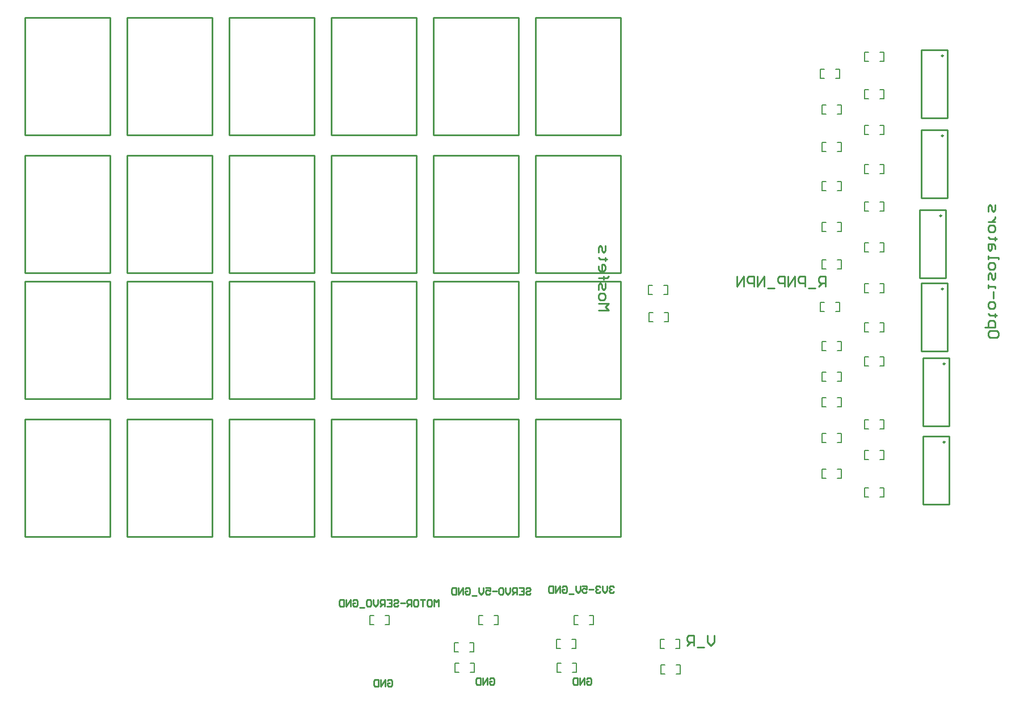
<source format=gbo>
G04 Layer_Color=32896*
%FSAX25Y25*%
%MOIN*%
G70*
G01*
G75*
%ADD26C,0.01000*%
%ADD48C,0.00500*%
D26*
X0656378Y0251567D02*
G03*
X0656378Y0251567I-0000500J0000000D01*
G01*
Y0297567D02*
G03*
X0656378Y0297567I-0000500J0000000D01*
G01*
X0655378Y0341567D02*
G03*
X0655378Y0341567I-0000500J0000000D01*
G01*
Y0478567D02*
G03*
X0655378Y0478567I-0000500J0000000D01*
G01*
X0654378Y0384567D02*
G03*
X0654378Y0384567I-0000500J0000000D01*
G01*
X0655378Y0431567D02*
G03*
X0655378Y0431567I-0000500J0000000D01*
G01*
X0658878Y0215067D02*
Y0255067D01*
X0643378D02*
X0658878D01*
X0643378Y0215067D02*
X0658878D01*
X0643378D02*
Y0255067D01*
X0658878Y0261067D02*
Y0301067D01*
X0643378D02*
X0658878D01*
X0643378Y0261067D02*
X0658878D01*
X0643378D02*
Y0301067D01*
X0657878Y0305067D02*
Y0345067D01*
X0642378D02*
X0657878D01*
X0642378Y0305067D02*
X0657878D01*
X0642378D02*
Y0345067D01*
X0657878Y0442067D02*
Y0482067D01*
X0642378D02*
X0657878D01*
X0642378Y0442067D02*
X0657878D01*
X0642378D02*
Y0482067D01*
X0656878Y0348067D02*
Y0388067D01*
X0641378D02*
X0656878D01*
X0641378Y0348067D02*
X0656878D01*
X0641378D02*
Y0388067D01*
X0657878Y0395067D02*
Y0435067D01*
X0642378D02*
X0657878D01*
X0642378Y0395067D02*
X0657878D01*
X0642378D02*
Y0435067D01*
X0296000Y0501000D02*
X0346000D01*
X0296000Y0432000D02*
Y0501000D01*
Y0432000D02*
X0346000D01*
Y0501000D01*
X0296000Y0346000D02*
X0346000D01*
X0296000Y0277000D02*
Y0346000D01*
Y0277000D02*
X0346000D01*
Y0346000D01*
X0236000D02*
X0286000D01*
X0236000Y0277000D02*
Y0346000D01*
Y0277000D02*
X0286000D01*
Y0346000D01*
X0116000Y0196000D02*
X0166000D01*
Y0265000D01*
X0116000D02*
X0166000D01*
X0116000Y0196000D02*
Y0265000D01*
X0416000Y0351000D02*
X0466000D01*
Y0420000D01*
X0416000D02*
X0466000D01*
X0416000Y0351000D02*
Y0420000D01*
Y0501000D02*
X0466000D01*
X0416000Y0432000D02*
Y0501000D01*
Y0432000D02*
X0466000D01*
Y0501000D01*
X0116000Y0346000D02*
X0166000D01*
X0116000Y0277000D02*
Y0346000D01*
Y0277000D02*
X0166000D01*
Y0346000D01*
X0236000Y0196000D02*
X0286000D01*
Y0265000D01*
X0236000D02*
X0286000D01*
X0236000Y0196000D02*
Y0265000D01*
X0116000Y0501000D02*
X0166000D01*
X0116000Y0432000D02*
Y0501000D01*
Y0432000D02*
X0166000D01*
Y0501000D01*
X0116000Y0351000D02*
X0166000D01*
Y0420000D01*
X0116000D02*
X0166000D01*
X0116000Y0351000D02*
Y0420000D01*
X0296000Y0196000D02*
X0346000D01*
Y0265000D01*
X0296000D02*
X0346000D01*
X0296000Y0196000D02*
Y0265000D01*
X0236000Y0351000D02*
X0286000D01*
Y0420000D01*
X0236000D02*
X0286000D01*
X0236000Y0351000D02*
Y0420000D01*
X0356000Y0196000D02*
X0406000D01*
Y0265000D01*
X0356000D02*
X0406000D01*
X0356000Y0196000D02*
Y0265000D01*
Y0351000D02*
X0406000D01*
Y0420000D01*
X0356000D02*
X0406000D01*
X0356000Y0351000D02*
Y0420000D01*
Y0501000D02*
X0406000D01*
X0356000Y0432000D02*
Y0501000D01*
Y0432000D02*
X0406000D01*
Y0501000D01*
X0356000Y0346000D02*
X0406000D01*
X0356000Y0277000D02*
Y0346000D01*
Y0277000D02*
X0406000D01*
Y0346000D01*
X0176000D02*
X0226000D01*
X0176000Y0277000D02*
Y0346000D01*
Y0277000D02*
X0226000D01*
Y0346000D01*
X0176000Y0196000D02*
X0226000D01*
Y0265000D01*
X0176000D02*
X0226000D01*
X0176000Y0196000D02*
Y0265000D01*
Y0501000D02*
X0226000D01*
X0176000Y0432000D02*
Y0501000D01*
Y0432000D02*
X0226000D01*
Y0501000D01*
X0176000Y0351000D02*
X0226000D01*
Y0420000D01*
X0176000D02*
X0226000D01*
X0176000Y0351000D02*
Y0420000D01*
X0416000Y0196000D02*
X0466000D01*
Y0265000D01*
X0416000D02*
X0466000D01*
X0416000Y0196000D02*
Y0265000D01*
X0236000Y0501000D02*
X0286000D01*
X0236000Y0432000D02*
Y0501000D01*
Y0432000D02*
X0286000D01*
Y0501000D01*
X0416000Y0346000D02*
X0466000D01*
X0416000Y0277000D02*
Y0346000D01*
Y0277000D02*
X0466000D01*
Y0346000D01*
X0296000Y0351000D02*
X0346000D01*
Y0420000D01*
X0296000D02*
X0346000D01*
X0296000Y0351000D02*
Y0420000D01*
X0521000Y0137998D02*
Y0133999D01*
X0519001Y0132000D01*
X0517001Y0133999D01*
Y0137998D01*
X0515002Y0131000D02*
X0511003D01*
X0509004Y0132000D02*
Y0137998D01*
X0506005D01*
X0505005Y0136998D01*
Y0134999D01*
X0506005Y0133999D01*
X0509004D01*
X0507004D02*
X0505005Y0132000D01*
X0586213Y0342953D02*
Y0348951D01*
X0583214D01*
X0582214Y0347951D01*
Y0345952D01*
X0583214Y0344952D01*
X0586213D01*
X0584213D02*
X0582214Y0342953D01*
X0580215Y0341953D02*
X0576216D01*
X0574217Y0342953D02*
Y0348951D01*
X0571217D01*
X0570218Y0347951D01*
Y0345952D01*
X0571217Y0344952D01*
X0574217D01*
X0568218Y0342953D02*
Y0348951D01*
X0564220Y0342953D01*
Y0348951D01*
X0562220Y0342953D02*
Y0348951D01*
X0559221D01*
X0558222Y0347951D01*
Y0345952D01*
X0559221Y0344952D01*
X0562220D01*
X0556222Y0341953D02*
X0552224D01*
X0550224Y0342953D02*
Y0348951D01*
X0546226Y0342953D01*
Y0348951D01*
X0544226Y0342953D02*
Y0348951D01*
X0541227D01*
X0540228Y0347951D01*
Y0345952D01*
X0541227Y0344952D01*
X0544226D01*
X0538228Y0342953D02*
Y0348951D01*
X0534229Y0342953D01*
Y0348951D01*
X0452787Y0329047D02*
X0458785D01*
X0456786Y0331047D01*
X0458785Y0333046D01*
X0452787D01*
Y0336045D02*
Y0338044D01*
X0453787Y0339044D01*
X0455786D01*
X0456786Y0338044D01*
Y0336045D01*
X0455786Y0335045D01*
X0453787D01*
X0452787Y0336045D01*
Y0341043D02*
Y0344042D01*
X0453787Y0345042D01*
X0454787Y0344042D01*
Y0342043D01*
X0455786Y0341043D01*
X0456786Y0342043D01*
Y0345042D01*
X0452787Y0348041D02*
X0457786D01*
X0455786D01*
Y0347041D01*
Y0349041D01*
Y0348041D01*
X0457786D01*
X0458785Y0349041D01*
X0452787Y0355039D02*
Y0353040D01*
X0453787Y0352040D01*
X0455786D01*
X0456786Y0353040D01*
Y0355039D01*
X0455786Y0356038D01*
X0454787D01*
Y0352040D01*
X0457786Y0359037D02*
X0456786D01*
Y0358038D01*
Y0360037D01*
Y0359037D01*
X0453787D01*
X0452787Y0360037D01*
Y0363036D02*
Y0366035D01*
X0453787Y0367035D01*
X0454787Y0366035D01*
Y0364036D01*
X0455786Y0363036D01*
X0456786Y0364036D01*
Y0367035D01*
X0687785Y0316046D02*
Y0314047D01*
X0686786Y0313047D01*
X0682787D01*
X0681787Y0314047D01*
Y0316046D01*
X0682787Y0317046D01*
X0686786D01*
X0687785Y0316046D01*
X0679788Y0319045D02*
X0685786D01*
Y0322044D01*
X0684786Y0323044D01*
X0682787D01*
X0681787Y0322044D01*
Y0319045D01*
X0686786Y0326043D02*
X0685786D01*
Y0325043D01*
Y0327043D01*
Y0326043D01*
X0682787D01*
X0681787Y0327043D01*
Y0331041D02*
Y0333041D01*
X0682787Y0334040D01*
X0684786D01*
X0685786Y0333041D01*
Y0331041D01*
X0684786Y0330042D01*
X0682787D01*
X0681787Y0331041D01*
X0684786Y0336040D02*
Y0340038D01*
X0681787Y0342038D02*
Y0344037D01*
Y0343038D01*
X0685786D01*
Y0342038D01*
X0681787Y0347036D02*
Y0350035D01*
X0682787Y0351035D01*
X0683787Y0350035D01*
Y0348036D01*
X0684786Y0347036D01*
X0685786Y0348036D01*
Y0351035D01*
X0681787Y0354034D02*
Y0356033D01*
X0682787Y0357033D01*
X0684786D01*
X0685786Y0356033D01*
Y0354034D01*
X0684786Y0353034D01*
X0682787D01*
X0681787Y0354034D01*
Y0359032D02*
Y0361032D01*
Y0360032D01*
X0687785D01*
Y0359032D01*
X0685786Y0365030D02*
Y0367030D01*
X0684786Y0368029D01*
X0681787D01*
Y0365030D01*
X0682787Y0364031D01*
X0683787Y0365030D01*
Y0368029D01*
X0686786Y0371028D02*
X0685786D01*
Y0370029D01*
Y0372028D01*
Y0371028D01*
X0682787D01*
X0681787Y0372028D01*
Y0376027D02*
Y0378026D01*
X0682787Y0379026D01*
X0684786D01*
X0685786Y0378026D01*
Y0376027D01*
X0684786Y0375027D01*
X0682787D01*
X0681787Y0376027D01*
X0685786Y0381025D02*
X0681787D01*
X0683787D01*
X0684786Y0382025D01*
X0685786Y0383025D01*
Y0384024D01*
X0681787Y0387023D02*
Y0390022D01*
X0682787Y0391022D01*
X0683787Y0390022D01*
Y0388023D01*
X0684786Y0387023D01*
X0685786Y0388023D01*
Y0391022D01*
X0445785Y0112380D02*
X0446451Y0113046D01*
X0447784D01*
X0448451Y0112380D01*
Y0109714D01*
X0447784Y0109047D01*
X0446451D01*
X0445785Y0109714D01*
Y0111047D01*
X0447118D01*
X0444452Y0109047D02*
Y0113046D01*
X0441786Y0109047D01*
Y0113046D01*
X0440453D02*
Y0109047D01*
X0438454D01*
X0437787Y0109714D01*
Y0112380D01*
X0438454Y0113046D01*
X0440453D01*
X0388785Y0112380D02*
X0389451Y0113046D01*
X0390784D01*
X0391451Y0112380D01*
Y0109714D01*
X0390784Y0109047D01*
X0389451D01*
X0388785Y0109714D01*
Y0111047D01*
X0390118D01*
X0387452Y0109047D02*
Y0113046D01*
X0384786Y0109047D01*
Y0113046D01*
X0383453D02*
Y0109047D01*
X0381454D01*
X0380787Y0109714D01*
Y0112380D01*
X0381454Y0113046D01*
X0383453D01*
X0328785Y0111380D02*
X0329451Y0112046D01*
X0330784D01*
X0331451Y0111380D01*
Y0108714D01*
X0330784Y0108047D01*
X0329451D01*
X0328785Y0108714D01*
Y0110047D01*
X0330118D01*
X0327452Y0108047D02*
Y0112046D01*
X0324786Y0108047D01*
Y0112046D01*
X0323453D02*
Y0108047D01*
X0321454D01*
X0320787Y0108714D01*
Y0111380D01*
X0321454Y0112046D01*
X0323453D01*
X0462000Y0166332D02*
X0461334Y0166999D01*
X0460001D01*
X0459334Y0166332D01*
Y0165666D01*
X0460001Y0164999D01*
X0460667D01*
X0460001D01*
X0459334Y0164333D01*
Y0163666D01*
X0460001Y0163000D01*
X0461334D01*
X0462000Y0163666D01*
X0458001Y0166999D02*
Y0164333D01*
X0456668Y0163000D01*
X0455336Y0164333D01*
Y0166999D01*
X0454003Y0166332D02*
X0453336Y0166999D01*
X0452003D01*
X0451337Y0166332D01*
Y0165666D01*
X0452003Y0164999D01*
X0452670D01*
X0452003D01*
X0451337Y0164333D01*
Y0163666D01*
X0452003Y0163000D01*
X0453336D01*
X0454003Y0163666D01*
X0450004Y0164999D02*
X0447338D01*
X0443339Y0166999D02*
X0446005D01*
Y0164999D01*
X0444672Y0165666D01*
X0444006D01*
X0443339Y0164999D01*
Y0163666D01*
X0444006Y0163000D01*
X0445339D01*
X0446005Y0163666D01*
X0442006Y0166999D02*
Y0164333D01*
X0440673Y0163000D01*
X0439341Y0164333D01*
Y0166999D01*
X0438008Y0162334D02*
X0435342D01*
X0431343Y0166332D02*
X0432010Y0166999D01*
X0433343D01*
X0434009Y0166332D01*
Y0163666D01*
X0433343Y0163000D01*
X0432010D01*
X0431343Y0163666D01*
Y0164999D01*
X0432676D01*
X0430010Y0163000D02*
Y0166999D01*
X0427345Y0163000D01*
Y0166999D01*
X0426012D02*
Y0163000D01*
X0424012D01*
X0423346Y0163666D01*
Y0166332D01*
X0424012Y0166999D01*
X0426012D01*
X0410334Y0165332D02*
X0411001Y0165999D01*
X0412334D01*
X0413000Y0165332D01*
Y0164666D01*
X0412334Y0163999D01*
X0411001D01*
X0410334Y0163333D01*
Y0162666D01*
X0411001Y0162000D01*
X0412334D01*
X0413000Y0162666D01*
X0406335Y0165999D02*
X0409001D01*
Y0162000D01*
X0406335D01*
X0409001Y0163999D02*
X0407668D01*
X0405003Y0162000D02*
Y0165999D01*
X0403003D01*
X0402337Y0165332D01*
Y0163999D01*
X0403003Y0163333D01*
X0405003D01*
X0403670D02*
X0402337Y0162000D01*
X0401004Y0165999D02*
Y0163333D01*
X0399671Y0162000D01*
X0398338Y0163333D01*
Y0165999D01*
X0395006D02*
X0396339D01*
X0397005Y0165332D01*
Y0162666D01*
X0396339Y0162000D01*
X0395006D01*
X0394339Y0162666D01*
Y0165332D01*
X0395006Y0165999D01*
X0393006Y0163999D02*
X0390341D01*
X0386342Y0165999D02*
X0389008D01*
Y0163999D01*
X0387675Y0164666D01*
X0387008D01*
X0386342Y0163999D01*
Y0162666D01*
X0387008Y0162000D01*
X0388341D01*
X0389008Y0162666D01*
X0385009Y0165999D02*
Y0163333D01*
X0383676Y0162000D01*
X0382343Y0163333D01*
Y0165999D01*
X0381010Y0161334D02*
X0378344D01*
X0374346Y0165332D02*
X0375012Y0165999D01*
X0376345D01*
X0377012Y0165332D01*
Y0162666D01*
X0376345Y0162000D01*
X0375012D01*
X0374346Y0162666D01*
Y0163999D01*
X0375679D01*
X0373013Y0162000D02*
Y0165999D01*
X0370347Y0162000D01*
Y0165999D01*
X0369014D02*
Y0162000D01*
X0367015D01*
X0366348Y0162666D01*
Y0165332D01*
X0367015Y0165999D01*
X0369014D01*
X0359000Y0155000D02*
Y0158999D01*
X0357667Y0157666D01*
X0356334Y0158999D01*
Y0155000D01*
X0353002Y0158999D02*
X0354335D01*
X0355001Y0158332D01*
Y0155666D01*
X0354335Y0155000D01*
X0353002D01*
X0352336Y0155666D01*
Y0158332D01*
X0353002Y0158999D01*
X0351003D02*
X0348337D01*
X0349670D01*
Y0155000D01*
X0345005Y0158999D02*
X0346337D01*
X0347004Y0158332D01*
Y0155666D01*
X0346337Y0155000D01*
X0345005D01*
X0344338Y0155666D01*
Y0158332D01*
X0345005Y0158999D01*
X0343005Y0155000D02*
Y0158999D01*
X0341006D01*
X0340339Y0158332D01*
Y0156999D01*
X0341006Y0156333D01*
X0343005D01*
X0341672D02*
X0340339Y0155000D01*
X0339006Y0156999D02*
X0336341D01*
X0332342Y0158332D02*
X0333008Y0158999D01*
X0334341D01*
X0335008Y0158332D01*
Y0157666D01*
X0334341Y0156999D01*
X0333008D01*
X0332342Y0156333D01*
Y0155666D01*
X0333008Y0155000D01*
X0334341D01*
X0335008Y0155666D01*
X0328343Y0158999D02*
X0331009D01*
Y0155000D01*
X0328343D01*
X0331009Y0156999D02*
X0329676D01*
X0327010Y0155000D02*
Y0158999D01*
X0325011D01*
X0324344Y0158332D01*
Y0156999D01*
X0325011Y0156333D01*
X0327010D01*
X0325677D02*
X0324344Y0155000D01*
X0323012Y0158999D02*
Y0156333D01*
X0321679Y0155000D01*
X0320346Y0156333D01*
Y0158999D01*
X0317014D02*
X0318347D01*
X0319013Y0158332D01*
Y0155666D01*
X0318347Y0155000D01*
X0317014D01*
X0316347Y0155666D01*
Y0158332D01*
X0317014Y0158999D01*
X0315014Y0154333D02*
X0312348D01*
X0308350Y0158332D02*
X0309016Y0158999D01*
X0310349D01*
X0311016Y0158332D01*
Y0155666D01*
X0310349Y0155000D01*
X0309016D01*
X0308350Y0155666D01*
Y0156999D01*
X0309683D01*
X0307017Y0155000D02*
Y0158999D01*
X0304351Y0155000D01*
Y0158999D01*
X0303018D02*
Y0155000D01*
X0301019D01*
X0300352Y0155666D01*
Y0158332D01*
X0301019Y0158999D01*
X0303018D01*
X0687998Y0315999D02*
Y0314000D01*
X0686998Y0313000D01*
X0683000D01*
X0682000Y0314000D01*
Y0315999D01*
X0683000Y0316999D01*
X0686998D01*
X0687998Y0315999D01*
X0680001Y0318998D02*
X0685999D01*
Y0321997D01*
X0684999Y0322997D01*
X0683000D01*
X0682000Y0321997D01*
Y0318998D01*
X0686998Y0325996D02*
X0685999D01*
Y0324996D01*
Y0326995D01*
Y0325996D01*
X0683000D01*
X0682000Y0326995D01*
Y0330994D02*
Y0332994D01*
X0683000Y0333993D01*
X0684999D01*
X0685999Y0332994D01*
Y0330994D01*
X0684999Y0329995D01*
X0683000D01*
X0682000Y0330994D01*
X0684999Y0335993D02*
Y0339991D01*
X0682000Y0341991D02*
Y0343990D01*
Y0342990D01*
X0685999D01*
Y0341991D01*
X0682000Y0346989D02*
Y0349988D01*
X0683000Y0350988D01*
X0683999Y0349988D01*
Y0347989D01*
X0684999Y0346989D01*
X0685999Y0347989D01*
Y0350988D01*
X0682000Y0353987D02*
Y0355986D01*
X0683000Y0356986D01*
X0684999D01*
X0685999Y0355986D01*
Y0353987D01*
X0684999Y0352987D01*
X0683000D01*
X0682000Y0353987D01*
Y0358985D02*
Y0360984D01*
Y0359985D01*
X0687998D01*
Y0358985D01*
X0685999Y0364983D02*
Y0366983D01*
X0684999Y0367982D01*
X0682000D01*
Y0364983D01*
X0683000Y0363983D01*
X0683999Y0364983D01*
Y0367982D01*
X0686998Y0370981D02*
X0685999D01*
Y0369982D01*
Y0371981D01*
Y0370981D01*
X0683000D01*
X0682000Y0371981D01*
Y0375980D02*
Y0377979D01*
X0683000Y0378979D01*
X0684999D01*
X0685999Y0377979D01*
Y0375980D01*
X0684999Y0374980D01*
X0683000D01*
X0682000Y0375980D01*
X0685999Y0380978D02*
X0682000D01*
X0683999D01*
X0684999Y0381978D01*
X0685999Y0382977D01*
Y0383977D01*
X0682000Y0386976D02*
Y0389975D01*
X0683000Y0390975D01*
X0683999Y0389975D01*
Y0387976D01*
X0684999Y0386976D01*
X0685999Y0387976D01*
Y0390975D01*
D48*
X0491600Y0327800D02*
X0493800D01*
Y0322200D02*
Y0327800D01*
X0491600Y0322200D02*
X0493800D01*
X0482500Y0327800D02*
X0484700D01*
X0482500Y0322200D02*
Y0327800D01*
Y0322200D02*
X0484700D01*
X0482200Y0338200D02*
X0484400D01*
X0482200D02*
Y0343800D01*
X0484400D01*
X0491300Y0338200D02*
X0493500D01*
Y0343800D01*
X0491300D02*
X0493500D01*
X0368200Y0128200D02*
X0370400D01*
X0368200D02*
Y0133800D01*
X0370400D01*
X0377300Y0128200D02*
X0379500D01*
Y0133800D01*
X0377300D02*
X0379500D01*
X0377600Y0121800D02*
X0379800D01*
Y0116200D02*
Y0121800D01*
X0377600Y0116200D02*
X0379800D01*
X0368500Y0121800D02*
X0370700D01*
X0368500Y0116200D02*
Y0121800D01*
Y0116200D02*
X0370700D01*
X0428200Y0130200D02*
X0430400D01*
X0428200D02*
Y0135800D01*
X0430400D01*
X0437300Y0130200D02*
X0439500D01*
Y0135800D01*
X0437300D02*
X0439500D01*
X0437600Y0121800D02*
X0439800D01*
Y0116200D02*
Y0121800D01*
X0437600Y0116200D02*
X0439800D01*
X0428500Y0121800D02*
X0430700D01*
X0428500Y0116200D02*
Y0121800D01*
Y0116200D02*
X0430700D01*
X0489200Y0130200D02*
X0491400D01*
X0489200D02*
Y0135800D01*
X0491400D01*
X0498300Y0130200D02*
X0500500D01*
Y0135800D01*
X0498300D02*
X0500500D01*
X0498600Y0120800D02*
X0500800D01*
Y0115200D02*
Y0120800D01*
X0498600Y0115200D02*
X0500800D01*
X0489500Y0120800D02*
X0491700D01*
X0489500Y0115200D02*
Y0120800D01*
Y0115200D02*
X0491700D01*
X0593300Y0449800D02*
X0595500D01*
Y0444200D02*
Y0449800D01*
X0593300Y0444200D02*
X0595500D01*
X0584200Y0449800D02*
X0586400D01*
X0584200Y0444200D02*
Y0449800D01*
Y0444200D02*
X0586400D01*
X0618300Y0301800D02*
X0620500D01*
Y0296200D02*
Y0301800D01*
X0618300Y0296200D02*
X0620500D01*
X0609200Y0301800D02*
X0611400D01*
X0609200Y0296200D02*
Y0301800D01*
Y0296200D02*
X0611400D01*
X0592300Y0470800D02*
X0594500D01*
Y0465200D02*
Y0470800D01*
X0592300Y0465200D02*
X0594500D01*
X0583200Y0470800D02*
X0585400D01*
X0583200Y0465200D02*
Y0470800D01*
Y0465200D02*
X0585400D01*
X0618300Y0480800D02*
X0620500D01*
Y0475200D02*
Y0480800D01*
X0618300Y0475200D02*
X0620500D01*
X0609200Y0480800D02*
X0611400D01*
X0609200Y0475200D02*
Y0480800D01*
Y0475200D02*
X0611400D01*
X0592300Y0333800D02*
X0594500D01*
Y0328200D02*
Y0333800D01*
X0592300Y0328200D02*
X0594500D01*
X0583200Y0333800D02*
X0585400D01*
X0583200Y0328200D02*
Y0333800D01*
Y0328200D02*
X0585400D01*
X0618300Y0344800D02*
X0620500D01*
Y0339200D02*
Y0344800D01*
X0618300Y0339200D02*
X0620500D01*
X0609200Y0344800D02*
X0611400D01*
X0609200Y0339200D02*
Y0344800D01*
Y0339200D02*
X0611400D01*
X0593300Y0310800D02*
X0595500D01*
Y0305200D02*
Y0310800D01*
X0593300Y0305200D02*
X0595500D01*
X0584200Y0310800D02*
X0586400D01*
X0584200Y0305200D02*
Y0310800D01*
Y0305200D02*
X0586400D01*
X0618300Y0321800D02*
X0620500D01*
Y0316200D02*
Y0321800D01*
X0618300Y0316200D02*
X0620500D01*
X0609200Y0321800D02*
X0611400D01*
X0609200Y0316200D02*
Y0321800D01*
Y0316200D02*
X0611400D01*
X0618300Y0458800D02*
X0620500D01*
Y0453200D02*
Y0458800D01*
X0618300Y0453200D02*
X0620500D01*
X0609200Y0458800D02*
X0611400D01*
X0609200Y0453200D02*
Y0458800D01*
Y0453200D02*
X0611400D01*
X0593300Y0427800D02*
X0595500D01*
Y0422200D02*
Y0427800D01*
X0593300Y0422200D02*
X0595500D01*
X0584200Y0427800D02*
X0586400D01*
X0584200Y0422200D02*
Y0427800D01*
Y0422200D02*
X0586400D01*
X0618300Y0437800D02*
X0620500D01*
Y0432200D02*
Y0437800D01*
X0618300Y0432200D02*
X0620500D01*
X0609200Y0437800D02*
X0611400D01*
X0609200Y0432200D02*
Y0437800D01*
Y0432200D02*
X0611400D01*
X0593300Y0292800D02*
X0595500D01*
Y0287200D02*
Y0292800D01*
X0593300Y0287200D02*
X0595500D01*
X0584200Y0292800D02*
X0586400D01*
X0584200Y0287200D02*
Y0292800D01*
Y0287200D02*
X0586400D01*
X0593300Y0404800D02*
X0595500D01*
Y0399200D02*
Y0404800D01*
X0593300Y0399200D02*
X0595500D01*
X0584200Y0404800D02*
X0586400D01*
X0584200Y0399200D02*
Y0404800D01*
Y0399200D02*
X0586400D01*
X0618300Y0414800D02*
X0620500D01*
Y0409200D02*
Y0414800D01*
X0618300Y0409200D02*
X0620500D01*
X0609200Y0414800D02*
X0611400D01*
X0609200Y0409200D02*
Y0414800D01*
Y0409200D02*
X0611400D01*
X0618300Y0264800D02*
X0620500D01*
Y0259200D02*
Y0264800D01*
X0618300Y0259200D02*
X0620500D01*
X0609200Y0264800D02*
X0611400D01*
X0609200Y0259200D02*
Y0264800D01*
Y0259200D02*
X0611400D01*
X0593300Y0277800D02*
X0595500D01*
Y0272200D02*
Y0277800D01*
X0593300Y0272200D02*
X0595500D01*
X0584200Y0277800D02*
X0586400D01*
X0584200Y0272200D02*
Y0277800D01*
Y0272200D02*
X0586400D01*
X0618300Y0246800D02*
X0620500D01*
Y0241200D02*
Y0246800D01*
X0618300Y0241200D02*
X0620500D01*
X0609200Y0246800D02*
X0611400D01*
X0609200Y0241200D02*
Y0246800D01*
Y0241200D02*
X0611400D01*
X0593300Y0256800D02*
X0595500D01*
Y0251200D02*
Y0256800D01*
X0593300Y0251200D02*
X0595500D01*
X0584200Y0256800D02*
X0586400D01*
X0584200Y0251200D02*
Y0256800D01*
Y0251200D02*
X0586400D01*
X0593300Y0380800D02*
X0595500D01*
Y0375200D02*
Y0380800D01*
X0593300Y0375200D02*
X0595500D01*
X0584200Y0380800D02*
X0586400D01*
X0584200Y0375200D02*
Y0380800D01*
Y0375200D02*
X0586400D01*
X0618300Y0392800D02*
X0620500D01*
Y0387200D02*
Y0392800D01*
X0618300Y0387200D02*
X0620500D01*
X0609200Y0392800D02*
X0611400D01*
X0609200Y0387200D02*
Y0392800D01*
Y0387200D02*
X0611400D01*
X0593300Y0358800D02*
X0595500D01*
Y0353200D02*
Y0358800D01*
X0593300Y0353200D02*
X0595500D01*
X0584200Y0358800D02*
X0586400D01*
X0584200Y0353200D02*
Y0358800D01*
Y0353200D02*
X0586400D01*
X0618300Y0368800D02*
X0620500D01*
Y0363200D02*
Y0368800D01*
X0618300Y0363200D02*
X0620500D01*
X0609200Y0368800D02*
X0611400D01*
X0609200Y0363200D02*
Y0368800D01*
Y0363200D02*
X0611400D01*
X0618300Y0224800D02*
X0620500D01*
Y0219200D02*
Y0224800D01*
X0618300Y0219200D02*
X0620500D01*
X0609200Y0224800D02*
X0611400D01*
X0609200Y0219200D02*
Y0224800D01*
Y0219200D02*
X0611400D01*
X0593300Y0235800D02*
X0595500D01*
Y0230200D02*
Y0235800D01*
X0593300Y0230200D02*
X0595500D01*
X0584200Y0235800D02*
X0586400D01*
X0584200Y0230200D02*
Y0235800D01*
Y0230200D02*
X0586400D01*
X0318500Y0144200D02*
X0320700D01*
X0318500D02*
Y0149800D01*
X0320700D01*
X0327600Y0144200D02*
X0329800D01*
Y0149800D01*
X0327600D02*
X0329800D01*
X0382500Y0144200D02*
X0384700D01*
X0382500D02*
Y0149800D01*
X0384700D01*
X0391600Y0144200D02*
X0393800D01*
Y0149800D01*
X0391600D02*
X0393800D01*
X0438500Y0144200D02*
X0440700D01*
X0438500D02*
Y0149800D01*
X0440700D01*
X0447600Y0144200D02*
X0449800D01*
Y0149800D01*
X0447600D02*
X0449800D01*
M02*

</source>
